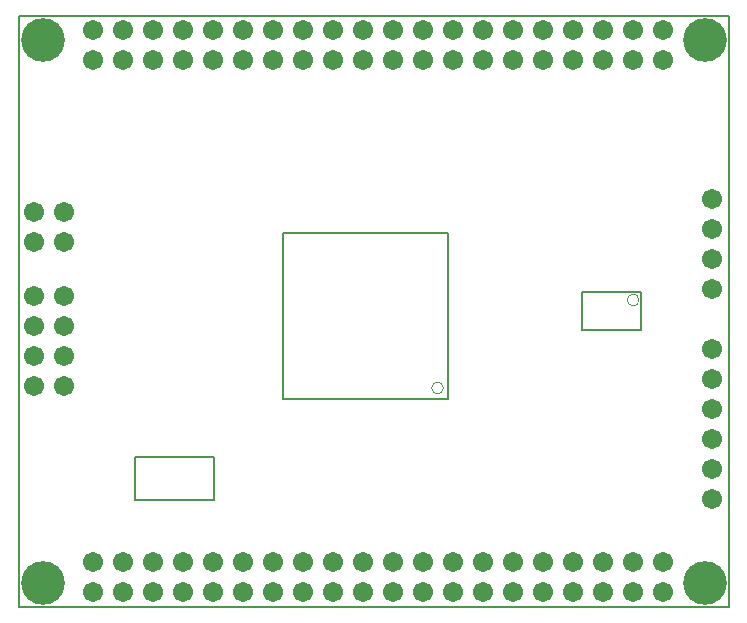
<source format=gbs>
G04*
G04 #@! TF.GenerationSoftware,Altium Limited,Altium Designer,20.0.13 (296)*
G04*
G04 Layer_Color=16711935*
%FSLAX24Y24*%
%MOIN*%
G70*
G01*
G75*
%ADD15C,0.0080*%
%ADD16C,0.0039*%
%ADD35C,0.0671*%
%ADD36C,0.1458*%
D15*
X23650Y18144D02*
Y19700D01*
X0D02*
X23650D01*
Y-0D02*
Y18144D01*
X0Y-0D02*
X23622D01*
X0D02*
Y19700D01*
X18778Y9248D02*
Y10507D01*
X20747Y9248D02*
Y10507D01*
X18778D02*
X20747D01*
X18778Y9248D02*
X20747D01*
X3870Y3557D02*
Y5013D01*
X6508Y3557D02*
Y5013D01*
X3870Y3557D02*
X6508D01*
X3870Y5013D02*
X6508D01*
X14306Y6944D02*
Y12456D01*
X8794Y6944D02*
Y12456D01*
Y6944D02*
X14306D01*
X8794Y12456D02*
X14306D01*
D16*
X20668Y10232D02*
G03*
X20668Y10232I-197J0D01*
G01*
X14148Y7298D02*
G03*
X14148Y7298I-197J0D01*
G01*
D35*
X23100Y10600D02*
D03*
Y11600D02*
D03*
Y12600D02*
D03*
Y13600D02*
D03*
Y3600D02*
D03*
Y4600D02*
D03*
Y5600D02*
D03*
Y6600D02*
D03*
Y7600D02*
D03*
Y8600D02*
D03*
X3450Y1484D02*
D03*
X2450Y484D02*
D03*
Y1484D02*
D03*
X3450Y484D02*
D03*
X4450D02*
D03*
Y1484D02*
D03*
X5450Y484D02*
D03*
Y1484D02*
D03*
X6450Y484D02*
D03*
Y1484D02*
D03*
X7450Y484D02*
D03*
Y1484D02*
D03*
X8450Y484D02*
D03*
Y1484D02*
D03*
X9450Y484D02*
D03*
Y1484D02*
D03*
X10450Y484D02*
D03*
Y1484D02*
D03*
X11450Y484D02*
D03*
Y1484D02*
D03*
X12450Y484D02*
D03*
Y1484D02*
D03*
X13450Y484D02*
D03*
Y1484D02*
D03*
X14450Y484D02*
D03*
Y1484D02*
D03*
X15450Y484D02*
D03*
Y1484D02*
D03*
X16450Y484D02*
D03*
Y1484D02*
D03*
X17450Y484D02*
D03*
Y1484D02*
D03*
X18450Y484D02*
D03*
Y1484D02*
D03*
X19450Y484D02*
D03*
Y1484D02*
D03*
X20450Y484D02*
D03*
Y1484D02*
D03*
X21450Y484D02*
D03*
Y1484D02*
D03*
X484Y12150D02*
D03*
X1484Y13150D02*
D03*
Y12150D02*
D03*
X484Y13150D02*
D03*
X1484Y7350D02*
D03*
X484D02*
D03*
X1484Y8350D02*
D03*
X484D02*
D03*
Y9350D02*
D03*
X1484Y10350D02*
D03*
X484D02*
D03*
X1484Y9350D02*
D03*
X3450Y19216D02*
D03*
X2450Y18216D02*
D03*
Y19216D02*
D03*
X3450Y18216D02*
D03*
X4450D02*
D03*
Y19216D02*
D03*
X5450Y18216D02*
D03*
Y19216D02*
D03*
X6450Y18216D02*
D03*
Y19216D02*
D03*
X7450Y18216D02*
D03*
Y19216D02*
D03*
X8450Y18216D02*
D03*
Y19216D02*
D03*
X9450Y18216D02*
D03*
Y19216D02*
D03*
X10450Y18216D02*
D03*
Y19216D02*
D03*
X11450Y18216D02*
D03*
Y19216D02*
D03*
X12450Y18216D02*
D03*
Y19216D02*
D03*
X13450Y18216D02*
D03*
Y19216D02*
D03*
X14450Y18216D02*
D03*
Y19216D02*
D03*
X15450Y18216D02*
D03*
Y19216D02*
D03*
X16450Y18216D02*
D03*
Y19216D02*
D03*
X17450Y18216D02*
D03*
Y19216D02*
D03*
X18450Y18216D02*
D03*
Y19216D02*
D03*
X19450Y18216D02*
D03*
Y19216D02*
D03*
X20450Y18216D02*
D03*
Y19216D02*
D03*
X21450Y18216D02*
D03*
Y19216D02*
D03*
D36*
X22863Y18898D02*
D03*
X787D02*
D03*
X22863Y787D02*
D03*
X787D02*
D03*
M02*

</source>
